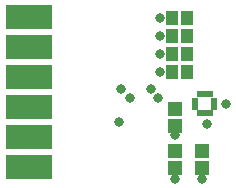
<source format=gts>
G04 Layer_Color=20142*
%FSLAX25Y25*%
%MOIN*%
G70*
G01*
G75*
%ADD21R,0.03950X0.04540*%
%ADD22R,0.15800X0.08400*%
%ADD23R,0.04934X0.04540*%
%ADD24O,0.02178X0.01587*%
%ADD25O,0.01587X0.02178*%
%ADD26C,0.03200*%
D21*
X159941Y466500D02*
D03*
X165059D02*
D03*
X159941Y472500D02*
D03*
X165059D02*
D03*
X159941Y478500D02*
D03*
X165059D02*
D03*
X159941Y484500D02*
D03*
X165059D02*
D03*
D22*
X112500Y455000D02*
D03*
Y465000D02*
D03*
Y475000D02*
D03*
Y485000D02*
D03*
Y445000D02*
D03*
Y435000D02*
D03*
D23*
X161000Y454354D02*
D03*
Y448646D02*
D03*
X170000Y440354D02*
D03*
Y434646D02*
D03*
X161000Y440354D02*
D03*
Y434646D02*
D03*
D24*
X174150Y457378D02*
D03*
Y456000D02*
D03*
Y454622D02*
D03*
X167850D02*
D03*
Y456000D02*
D03*
Y457378D02*
D03*
D25*
X173067Y452850D02*
D03*
X171689D02*
D03*
X170311D02*
D03*
X168933D02*
D03*
Y459150D02*
D03*
X170311D02*
D03*
X171689D02*
D03*
X173067D02*
D03*
D26*
X143000Y461000D02*
D03*
X156000Y484500D02*
D03*
Y478500D02*
D03*
Y472500D02*
D03*
X155500Y458000D02*
D03*
X153000Y461000D02*
D03*
X142500Y449750D02*
D03*
X156000Y466500D02*
D03*
X146000Y458000D02*
D03*
X161000Y445500D02*
D03*
X170000Y431000D02*
D03*
X161000D02*
D03*
X171689Y449189D02*
D03*
X178000Y456000D02*
D03*
M02*

</source>
